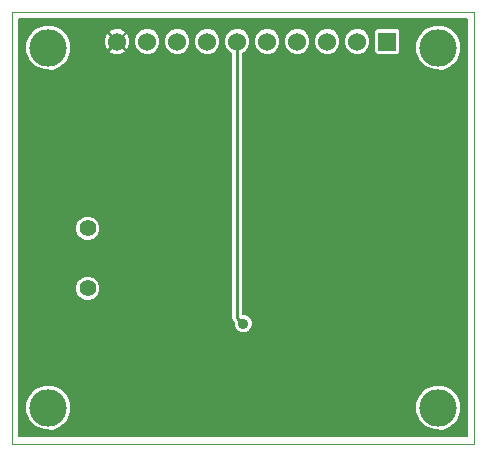
<source format=gbl>
G04 (created by PCBNEW (2013-mar-13)-testing) date Sun 09 Jun 2013 10:04:26 PM EDT*
%MOIN*%
G04 Gerber Fmt 3.4, Leading zero omitted, Abs format*
%FSLAX34Y34*%
G01*
G70*
G90*
G04 APERTURE LIST*
%ADD10C,0.005906*%
%ADD11C,0.003937*%
%ADD12R,0.060000X0.060000*%
%ADD13C,0.060000*%
%ADD14C,0.125000*%
%ADD15C,0.056000*%
%ADD16C,0.035000*%
%ADD17C,0.010000*%
%ADD18C,0.008000*%
G04 APERTURE END LIST*
G54D10*
G54D11*
X81800Y-62200D02*
X81800Y-47800D01*
X97200Y-62200D02*
X81800Y-62200D01*
X97200Y-47800D02*
X97200Y-62200D01*
X81800Y-47800D02*
X97200Y-47800D01*
G54D12*
X94300Y-48800D03*
G54D13*
X93300Y-48800D03*
X92300Y-48800D03*
X91300Y-48800D03*
X90300Y-48800D03*
X89300Y-48800D03*
X88300Y-48800D03*
X87300Y-48800D03*
X86300Y-48800D03*
X85300Y-48800D03*
G54D14*
X96000Y-49000D03*
X83000Y-49000D03*
X96000Y-61000D03*
X83000Y-61000D03*
G54D15*
X84319Y-55028D03*
X84319Y-57028D03*
G54D16*
X89500Y-58200D03*
X94800Y-54200D03*
X88591Y-59217D03*
X86327Y-52425D03*
X86229Y-56855D03*
X92725Y-54788D03*
X89772Y-52327D03*
G54D17*
X89300Y-58000D02*
X89300Y-48800D01*
X89500Y-58200D02*
X89300Y-58000D01*
G54D10*
G36*
X96960Y-61960D02*
X96765Y-61960D01*
X96765Y-60848D01*
X96765Y-48848D01*
X96648Y-48567D01*
X96433Y-48351D01*
X96152Y-48235D01*
X95848Y-48234D01*
X95567Y-48351D01*
X95351Y-48566D01*
X95235Y-48847D01*
X95234Y-49151D01*
X95351Y-49432D01*
X95566Y-49648D01*
X95847Y-49764D01*
X96151Y-49765D01*
X96432Y-49648D01*
X96648Y-49433D01*
X96764Y-49152D01*
X96765Y-48848D01*
X96765Y-60848D01*
X96648Y-60567D01*
X96433Y-60351D01*
X96152Y-60235D01*
X95848Y-60234D01*
X95567Y-60351D01*
X95351Y-60566D01*
X95235Y-60847D01*
X95234Y-61151D01*
X95351Y-61432D01*
X95566Y-61648D01*
X95847Y-61764D01*
X96151Y-61765D01*
X96432Y-61648D01*
X96648Y-61433D01*
X96764Y-61152D01*
X96765Y-60848D01*
X96765Y-61960D01*
X94740Y-61960D01*
X94740Y-49127D01*
X94740Y-49072D01*
X94740Y-48472D01*
X94718Y-48420D01*
X94679Y-48381D01*
X94627Y-48360D01*
X94572Y-48360D01*
X93972Y-48360D01*
X93920Y-48381D01*
X93881Y-48420D01*
X93860Y-48472D01*
X93860Y-48527D01*
X93860Y-49127D01*
X93881Y-49179D01*
X93920Y-49218D01*
X93972Y-49240D01*
X94027Y-49240D01*
X94627Y-49240D01*
X94679Y-49218D01*
X94718Y-49179D01*
X94740Y-49127D01*
X94740Y-61960D01*
X93740Y-61960D01*
X93740Y-48712D01*
X93673Y-48551D01*
X93549Y-48427D01*
X93387Y-48360D01*
X93212Y-48359D01*
X93051Y-48426D01*
X92927Y-48550D01*
X92860Y-48712D01*
X92859Y-48887D01*
X92926Y-49048D01*
X93050Y-49172D01*
X93212Y-49239D01*
X93387Y-49240D01*
X93548Y-49173D01*
X93672Y-49049D01*
X93739Y-48887D01*
X93740Y-48712D01*
X93740Y-61960D01*
X92740Y-61960D01*
X92740Y-48712D01*
X92673Y-48551D01*
X92549Y-48427D01*
X92387Y-48360D01*
X92212Y-48359D01*
X92051Y-48426D01*
X91927Y-48550D01*
X91860Y-48712D01*
X91859Y-48887D01*
X91926Y-49048D01*
X92050Y-49172D01*
X92212Y-49239D01*
X92387Y-49240D01*
X92548Y-49173D01*
X92672Y-49049D01*
X92739Y-48887D01*
X92740Y-48712D01*
X92740Y-61960D01*
X91740Y-61960D01*
X91740Y-48712D01*
X91673Y-48551D01*
X91549Y-48427D01*
X91387Y-48360D01*
X91212Y-48359D01*
X91051Y-48426D01*
X90927Y-48550D01*
X90860Y-48712D01*
X90859Y-48887D01*
X90926Y-49048D01*
X91050Y-49172D01*
X91212Y-49239D01*
X91387Y-49240D01*
X91548Y-49173D01*
X91672Y-49049D01*
X91739Y-48887D01*
X91740Y-48712D01*
X91740Y-61960D01*
X90740Y-61960D01*
X90740Y-48712D01*
X90673Y-48551D01*
X90549Y-48427D01*
X90387Y-48360D01*
X90212Y-48359D01*
X90051Y-48426D01*
X89927Y-48550D01*
X89860Y-48712D01*
X89859Y-48887D01*
X89926Y-49048D01*
X90050Y-49172D01*
X90212Y-49239D01*
X90387Y-49240D01*
X90548Y-49173D01*
X90672Y-49049D01*
X90739Y-48887D01*
X90740Y-48712D01*
X90740Y-61960D01*
X89815Y-61960D01*
X89815Y-58137D01*
X89767Y-58021D01*
X89678Y-57933D01*
X89562Y-57885D01*
X89490Y-57884D01*
X89490Y-49197D01*
X89548Y-49173D01*
X89672Y-49049D01*
X89739Y-48887D01*
X89740Y-48712D01*
X89673Y-48551D01*
X89549Y-48427D01*
X89387Y-48360D01*
X89212Y-48359D01*
X89051Y-48426D01*
X88927Y-48550D01*
X88860Y-48712D01*
X88859Y-48887D01*
X88926Y-49048D01*
X89050Y-49172D01*
X89110Y-49197D01*
X89110Y-58000D01*
X89124Y-58072D01*
X89165Y-58134D01*
X89185Y-58153D01*
X89184Y-58262D01*
X89232Y-58378D01*
X89321Y-58466D01*
X89437Y-58514D01*
X89562Y-58515D01*
X89678Y-58467D01*
X89766Y-58378D01*
X89814Y-58262D01*
X89815Y-58137D01*
X89815Y-61960D01*
X88740Y-61960D01*
X88740Y-48712D01*
X88673Y-48551D01*
X88549Y-48427D01*
X88387Y-48360D01*
X88212Y-48359D01*
X88051Y-48426D01*
X87927Y-48550D01*
X87860Y-48712D01*
X87859Y-48887D01*
X87926Y-49048D01*
X88050Y-49172D01*
X88212Y-49239D01*
X88387Y-49240D01*
X88548Y-49173D01*
X88672Y-49049D01*
X88739Y-48887D01*
X88740Y-48712D01*
X88740Y-61960D01*
X87740Y-61960D01*
X87740Y-48712D01*
X87673Y-48551D01*
X87549Y-48427D01*
X87387Y-48360D01*
X87212Y-48359D01*
X87051Y-48426D01*
X86927Y-48550D01*
X86860Y-48712D01*
X86859Y-48887D01*
X86926Y-49048D01*
X87050Y-49172D01*
X87212Y-49239D01*
X87387Y-49240D01*
X87548Y-49173D01*
X87672Y-49049D01*
X87739Y-48887D01*
X87740Y-48712D01*
X87740Y-61960D01*
X86740Y-61960D01*
X86740Y-48712D01*
X86673Y-48551D01*
X86549Y-48427D01*
X86387Y-48360D01*
X86212Y-48359D01*
X86051Y-48426D01*
X85927Y-48550D01*
X85860Y-48712D01*
X85859Y-48887D01*
X85926Y-49048D01*
X86050Y-49172D01*
X86212Y-49239D01*
X86387Y-49240D01*
X86548Y-49173D01*
X86672Y-49049D01*
X86739Y-48887D01*
X86740Y-48712D01*
X86740Y-61960D01*
X85741Y-61960D01*
X85741Y-48719D01*
X85677Y-48557D01*
X85668Y-48544D01*
X85599Y-48514D01*
X85585Y-48528D01*
X85585Y-48500D01*
X85555Y-48431D01*
X85394Y-48361D01*
X85219Y-48358D01*
X85057Y-48422D01*
X85044Y-48431D01*
X85014Y-48500D01*
X85300Y-48785D01*
X85585Y-48500D01*
X85585Y-48528D01*
X85314Y-48800D01*
X85599Y-49085D01*
X85668Y-49055D01*
X85738Y-48894D01*
X85741Y-48719D01*
X85741Y-61960D01*
X85585Y-61960D01*
X85585Y-49099D01*
X85300Y-48814D01*
X85285Y-48828D01*
X85285Y-48800D01*
X85000Y-48514D01*
X84931Y-48544D01*
X84861Y-48705D01*
X84858Y-48880D01*
X84922Y-49042D01*
X84931Y-49055D01*
X85000Y-49085D01*
X85285Y-48800D01*
X85285Y-48828D01*
X85014Y-49099D01*
X85044Y-49168D01*
X85205Y-49238D01*
X85380Y-49241D01*
X85542Y-49177D01*
X85555Y-49168D01*
X85585Y-49099D01*
X85585Y-61960D01*
X84739Y-61960D01*
X84739Y-56945D01*
X84739Y-54945D01*
X84675Y-54790D01*
X84557Y-54672D01*
X84403Y-54608D01*
X84236Y-54608D01*
X84082Y-54672D01*
X83963Y-54790D01*
X83899Y-54944D01*
X83899Y-55111D01*
X83963Y-55265D01*
X84081Y-55384D01*
X84235Y-55448D01*
X84402Y-55448D01*
X84557Y-55384D01*
X84675Y-55266D01*
X84739Y-55112D01*
X84739Y-54945D01*
X84739Y-56945D01*
X84675Y-56790D01*
X84557Y-56672D01*
X84403Y-56608D01*
X84236Y-56608D01*
X84082Y-56672D01*
X83963Y-56790D01*
X83899Y-56944D01*
X83899Y-57111D01*
X83963Y-57265D01*
X84081Y-57384D01*
X84235Y-57448D01*
X84402Y-57448D01*
X84557Y-57384D01*
X84675Y-57266D01*
X84739Y-57112D01*
X84739Y-56945D01*
X84739Y-61960D01*
X83765Y-61960D01*
X83765Y-60848D01*
X83765Y-48848D01*
X83648Y-48567D01*
X83433Y-48351D01*
X83152Y-48235D01*
X82848Y-48234D01*
X82567Y-48351D01*
X82351Y-48566D01*
X82235Y-48847D01*
X82234Y-49151D01*
X82351Y-49432D01*
X82566Y-49648D01*
X82847Y-49764D01*
X83151Y-49765D01*
X83432Y-49648D01*
X83648Y-49433D01*
X83764Y-49152D01*
X83765Y-48848D01*
X83765Y-60848D01*
X83648Y-60567D01*
X83433Y-60351D01*
X83152Y-60235D01*
X82848Y-60234D01*
X82567Y-60351D01*
X82351Y-60566D01*
X82235Y-60847D01*
X82234Y-61151D01*
X82351Y-61432D01*
X82566Y-61648D01*
X82847Y-61764D01*
X83151Y-61765D01*
X83432Y-61648D01*
X83648Y-61433D01*
X83764Y-61152D01*
X83765Y-60848D01*
X83765Y-61960D01*
X82040Y-61960D01*
X82040Y-48040D01*
X96960Y-48040D01*
X96960Y-61960D01*
X96960Y-61960D01*
G37*
G54D18*
X96960Y-61960D02*
X96765Y-61960D01*
X96765Y-60848D01*
X96765Y-48848D01*
X96648Y-48567D01*
X96433Y-48351D01*
X96152Y-48235D01*
X95848Y-48234D01*
X95567Y-48351D01*
X95351Y-48566D01*
X95235Y-48847D01*
X95234Y-49151D01*
X95351Y-49432D01*
X95566Y-49648D01*
X95847Y-49764D01*
X96151Y-49765D01*
X96432Y-49648D01*
X96648Y-49433D01*
X96764Y-49152D01*
X96765Y-48848D01*
X96765Y-60848D01*
X96648Y-60567D01*
X96433Y-60351D01*
X96152Y-60235D01*
X95848Y-60234D01*
X95567Y-60351D01*
X95351Y-60566D01*
X95235Y-60847D01*
X95234Y-61151D01*
X95351Y-61432D01*
X95566Y-61648D01*
X95847Y-61764D01*
X96151Y-61765D01*
X96432Y-61648D01*
X96648Y-61433D01*
X96764Y-61152D01*
X96765Y-60848D01*
X96765Y-61960D01*
X94740Y-61960D01*
X94740Y-49127D01*
X94740Y-49072D01*
X94740Y-48472D01*
X94718Y-48420D01*
X94679Y-48381D01*
X94627Y-48360D01*
X94572Y-48360D01*
X93972Y-48360D01*
X93920Y-48381D01*
X93881Y-48420D01*
X93860Y-48472D01*
X93860Y-48527D01*
X93860Y-49127D01*
X93881Y-49179D01*
X93920Y-49218D01*
X93972Y-49240D01*
X94027Y-49240D01*
X94627Y-49240D01*
X94679Y-49218D01*
X94718Y-49179D01*
X94740Y-49127D01*
X94740Y-61960D01*
X93740Y-61960D01*
X93740Y-48712D01*
X93673Y-48551D01*
X93549Y-48427D01*
X93387Y-48360D01*
X93212Y-48359D01*
X93051Y-48426D01*
X92927Y-48550D01*
X92860Y-48712D01*
X92859Y-48887D01*
X92926Y-49048D01*
X93050Y-49172D01*
X93212Y-49239D01*
X93387Y-49240D01*
X93548Y-49173D01*
X93672Y-49049D01*
X93739Y-48887D01*
X93740Y-48712D01*
X93740Y-61960D01*
X92740Y-61960D01*
X92740Y-48712D01*
X92673Y-48551D01*
X92549Y-48427D01*
X92387Y-48360D01*
X92212Y-48359D01*
X92051Y-48426D01*
X91927Y-48550D01*
X91860Y-48712D01*
X91859Y-48887D01*
X91926Y-49048D01*
X92050Y-49172D01*
X92212Y-49239D01*
X92387Y-49240D01*
X92548Y-49173D01*
X92672Y-49049D01*
X92739Y-48887D01*
X92740Y-48712D01*
X92740Y-61960D01*
X91740Y-61960D01*
X91740Y-48712D01*
X91673Y-48551D01*
X91549Y-48427D01*
X91387Y-48360D01*
X91212Y-48359D01*
X91051Y-48426D01*
X90927Y-48550D01*
X90860Y-48712D01*
X90859Y-48887D01*
X90926Y-49048D01*
X91050Y-49172D01*
X91212Y-49239D01*
X91387Y-49240D01*
X91548Y-49173D01*
X91672Y-49049D01*
X91739Y-48887D01*
X91740Y-48712D01*
X91740Y-61960D01*
X90740Y-61960D01*
X90740Y-48712D01*
X90673Y-48551D01*
X90549Y-48427D01*
X90387Y-48360D01*
X90212Y-48359D01*
X90051Y-48426D01*
X89927Y-48550D01*
X89860Y-48712D01*
X89859Y-48887D01*
X89926Y-49048D01*
X90050Y-49172D01*
X90212Y-49239D01*
X90387Y-49240D01*
X90548Y-49173D01*
X90672Y-49049D01*
X90739Y-48887D01*
X90740Y-48712D01*
X90740Y-61960D01*
X89815Y-61960D01*
X89815Y-58137D01*
X89767Y-58021D01*
X89678Y-57933D01*
X89562Y-57885D01*
X89490Y-57884D01*
X89490Y-49197D01*
X89548Y-49173D01*
X89672Y-49049D01*
X89739Y-48887D01*
X89740Y-48712D01*
X89673Y-48551D01*
X89549Y-48427D01*
X89387Y-48360D01*
X89212Y-48359D01*
X89051Y-48426D01*
X88927Y-48550D01*
X88860Y-48712D01*
X88859Y-48887D01*
X88926Y-49048D01*
X89050Y-49172D01*
X89110Y-49197D01*
X89110Y-58000D01*
X89124Y-58072D01*
X89165Y-58134D01*
X89185Y-58153D01*
X89184Y-58262D01*
X89232Y-58378D01*
X89321Y-58466D01*
X89437Y-58514D01*
X89562Y-58515D01*
X89678Y-58467D01*
X89766Y-58378D01*
X89814Y-58262D01*
X89815Y-58137D01*
X89815Y-61960D01*
X88740Y-61960D01*
X88740Y-48712D01*
X88673Y-48551D01*
X88549Y-48427D01*
X88387Y-48360D01*
X88212Y-48359D01*
X88051Y-48426D01*
X87927Y-48550D01*
X87860Y-48712D01*
X87859Y-48887D01*
X87926Y-49048D01*
X88050Y-49172D01*
X88212Y-49239D01*
X88387Y-49240D01*
X88548Y-49173D01*
X88672Y-49049D01*
X88739Y-48887D01*
X88740Y-48712D01*
X88740Y-61960D01*
X87740Y-61960D01*
X87740Y-48712D01*
X87673Y-48551D01*
X87549Y-48427D01*
X87387Y-48360D01*
X87212Y-48359D01*
X87051Y-48426D01*
X86927Y-48550D01*
X86860Y-48712D01*
X86859Y-48887D01*
X86926Y-49048D01*
X87050Y-49172D01*
X87212Y-49239D01*
X87387Y-49240D01*
X87548Y-49173D01*
X87672Y-49049D01*
X87739Y-48887D01*
X87740Y-48712D01*
X87740Y-61960D01*
X86740Y-61960D01*
X86740Y-48712D01*
X86673Y-48551D01*
X86549Y-48427D01*
X86387Y-48360D01*
X86212Y-48359D01*
X86051Y-48426D01*
X85927Y-48550D01*
X85860Y-48712D01*
X85859Y-48887D01*
X85926Y-49048D01*
X86050Y-49172D01*
X86212Y-49239D01*
X86387Y-49240D01*
X86548Y-49173D01*
X86672Y-49049D01*
X86739Y-48887D01*
X86740Y-48712D01*
X86740Y-61960D01*
X85741Y-61960D01*
X85741Y-48719D01*
X85677Y-48557D01*
X85668Y-48544D01*
X85599Y-48514D01*
X85585Y-48528D01*
X85585Y-48500D01*
X85555Y-48431D01*
X85394Y-48361D01*
X85219Y-48358D01*
X85057Y-48422D01*
X85044Y-48431D01*
X85014Y-48500D01*
X85300Y-48785D01*
X85585Y-48500D01*
X85585Y-48528D01*
X85314Y-48800D01*
X85599Y-49085D01*
X85668Y-49055D01*
X85738Y-48894D01*
X85741Y-48719D01*
X85741Y-61960D01*
X85585Y-61960D01*
X85585Y-49099D01*
X85300Y-48814D01*
X85285Y-48828D01*
X85285Y-48800D01*
X85000Y-48514D01*
X84931Y-48544D01*
X84861Y-48705D01*
X84858Y-48880D01*
X84922Y-49042D01*
X84931Y-49055D01*
X85000Y-49085D01*
X85285Y-48800D01*
X85285Y-48828D01*
X85014Y-49099D01*
X85044Y-49168D01*
X85205Y-49238D01*
X85380Y-49241D01*
X85542Y-49177D01*
X85555Y-49168D01*
X85585Y-49099D01*
X85585Y-61960D01*
X84739Y-61960D01*
X84739Y-56945D01*
X84739Y-54945D01*
X84675Y-54790D01*
X84557Y-54672D01*
X84403Y-54608D01*
X84236Y-54608D01*
X84082Y-54672D01*
X83963Y-54790D01*
X83899Y-54944D01*
X83899Y-55111D01*
X83963Y-55265D01*
X84081Y-55384D01*
X84235Y-55448D01*
X84402Y-55448D01*
X84557Y-55384D01*
X84675Y-55266D01*
X84739Y-55112D01*
X84739Y-54945D01*
X84739Y-56945D01*
X84675Y-56790D01*
X84557Y-56672D01*
X84403Y-56608D01*
X84236Y-56608D01*
X84082Y-56672D01*
X83963Y-56790D01*
X83899Y-56944D01*
X83899Y-57111D01*
X83963Y-57265D01*
X84081Y-57384D01*
X84235Y-57448D01*
X84402Y-57448D01*
X84557Y-57384D01*
X84675Y-57266D01*
X84739Y-57112D01*
X84739Y-56945D01*
X84739Y-61960D01*
X83765Y-61960D01*
X83765Y-60848D01*
X83765Y-48848D01*
X83648Y-48567D01*
X83433Y-48351D01*
X83152Y-48235D01*
X82848Y-48234D01*
X82567Y-48351D01*
X82351Y-48566D01*
X82235Y-48847D01*
X82234Y-49151D01*
X82351Y-49432D01*
X82566Y-49648D01*
X82847Y-49764D01*
X83151Y-49765D01*
X83432Y-49648D01*
X83648Y-49433D01*
X83764Y-49152D01*
X83765Y-48848D01*
X83765Y-60848D01*
X83648Y-60567D01*
X83433Y-60351D01*
X83152Y-60235D01*
X82848Y-60234D01*
X82567Y-60351D01*
X82351Y-60566D01*
X82235Y-60847D01*
X82234Y-61151D01*
X82351Y-61432D01*
X82566Y-61648D01*
X82847Y-61764D01*
X83151Y-61765D01*
X83432Y-61648D01*
X83648Y-61433D01*
X83764Y-61152D01*
X83765Y-60848D01*
X83765Y-61960D01*
X82040Y-61960D01*
X82040Y-48040D01*
X96960Y-48040D01*
X96960Y-61960D01*
M02*

</source>
